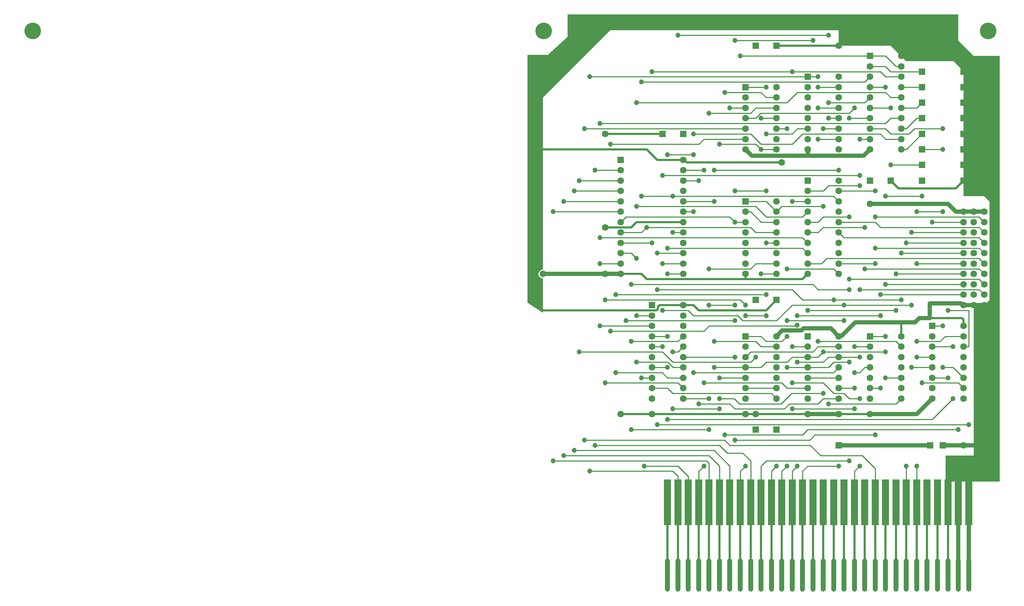
<source format=gtl>
G04*
G04 #@! TF.GenerationSoftware,Altium Limited,Altium Designer,23.6.0 (18)*
G04*
G04 Layer_Physical_Order=1*
G04 Layer_Color=255*
%FSLAX44Y44*%
%MOMM*%
G71*
G04*
G04 #@! TF.SameCoordinates,845D1222-F9E4-4124-81B0-03C3B5237010*
G04*
G04*
G04 #@! TF.FilePolarity,Positive*
G04*
G01*
G75*
%ADD20R,1.7000X11.0000*%
G04:AMPARAMS|DCode=21|XSize=1.2mm|YSize=8mm|CornerRadius=0.6mm|HoleSize=0mm|Usage=FLASHONLY|Rotation=0.000|XOffset=0mm|YOffset=0mm|HoleType=Round|Shape=RoundedRectangle|*
%AMROUNDEDRECTD21*
21,1,1.2000,6.8000,0,0,0.0*
21,1,0.0000,8.0000,0,0,0.0*
1,1,1.2000,0.0000,-3.4000*
1,1,1.2000,0.0000,-3.4000*
1,1,1.2000,0.0000,3.4000*
1,1,1.2000,0.0000,3.4000*
%
%ADD21ROUNDEDRECTD21*%
%ADD22C,1.0000*%
%ADD23C,0.2500*%
%ADD24C,0.5000*%
%ADD25C,0.5500*%
%ADD26C,0.5001*%
%ADD27C,1.0000*%
%ADD28R,13.1250X6.2500*%
%ADD29R,1.6000X1.6000*%
%ADD30C,4.0000*%
%ADD31C,1.6000*%
%ADD32R,1.6000X1.6000*%
%ADD33C,1.2000*%
G36*
X1800000Y1575000D02*
X2612500D01*
Y1512500D01*
X2650000Y1475000D01*
X2712500D01*
Y475000D01*
X2650000D01*
Y875000D01*
X2675000Y875000D01*
X2687500Y887500D01*
Y1125000D01*
X2675000Y1137500D01*
X2625000D01*
Y1439000D01*
X2601500Y1462500D01*
X2487500D01*
X2450000Y1500000D01*
X2325000D01*
Y1537500D01*
X1787500D01*
Y1537500D01*
X1775000D01*
X1612500Y1375000D01*
Y960631D01*
X1609749Y960269D01*
X1607184Y959207D01*
X1604983Y957517D01*
X1603293Y955315D01*
X1602231Y952751D01*
X1601869Y950000D01*
X1602231Y947249D01*
X1603293Y944685D01*
X1604983Y942483D01*
X1607184Y940793D01*
X1609749Y939731D01*
X1612500Y939369D01*
Y856250D01*
X1575000Y881250D01*
Y1478000D01*
X1624667Y1478000D01*
X1672000Y1520600D01*
Y1575000D01*
X1800000D01*
Y1575000D01*
D02*
G37*
D20*
X1912500Y400000D02*
D03*
X1937498D02*
D03*
X1962500D02*
D03*
X1987501D02*
D03*
X2012500D02*
D03*
X2037501D02*
D03*
X2062499D02*
D03*
X2087501D02*
D03*
X2112499D02*
D03*
X2137500D02*
D03*
X2162499D02*
D03*
X2187500D02*
D03*
X2212499D02*
D03*
X2237500D02*
D03*
X2262499D02*
D03*
X2287500D02*
D03*
X2312499D02*
D03*
X2337500D02*
D03*
X2362499D02*
D03*
X2387500D02*
D03*
X2412499D02*
D03*
X2437500D02*
D03*
X2462499D02*
D03*
X2487500D02*
D03*
X2512498D02*
D03*
X2537500D02*
D03*
X2562498D02*
D03*
X2587500D02*
D03*
X2612501D02*
D03*
X2637499D02*
D03*
D21*
X2162499Y225000D02*
D03*
X2112499D02*
D03*
X2087501D02*
D03*
X2062499D02*
D03*
X2037501D02*
D03*
X2012500D02*
D03*
X1987501D02*
D03*
X1962500D02*
D03*
X1937498D02*
D03*
X1912500D02*
D03*
X2137500D02*
D03*
X2462499D02*
D03*
X2412499D02*
D03*
X2387500D02*
D03*
X2362499D02*
D03*
X2337500D02*
D03*
X2287500D02*
D03*
X2262499D02*
D03*
X2237500D02*
D03*
X2212499D02*
D03*
X2187500D02*
D03*
X2312499D02*
D03*
X2437500D02*
D03*
X2637499D02*
D03*
X2537500D02*
D03*
X2512498D02*
D03*
X2487500D02*
D03*
X2562498D02*
D03*
X2612501D02*
D03*
X2587500D02*
D03*
D22*
X2325000Y537500D02*
X2545000D01*
X2512500Y612500D02*
X2550000Y650000D01*
X2400000Y612500D02*
X2512500D01*
X2384547Y1234547D02*
X2400000Y1250000D01*
X2115453Y1234547D02*
X2384547D01*
X2100000Y1250000D02*
X2115453Y1234547D01*
X2250000Y612500D02*
X2325000D01*
X2400000Y1118750D02*
X2587500D01*
X2606250Y1100000D01*
X1612500Y950000D02*
X1762500D01*
X1800000D01*
X2475000Y833166D02*
X2508166D01*
X2364416D02*
X2475000D01*
X2325000Y800000D02*
X2326148Y801148D01*
X2332398D01*
X2364416Y833166D01*
X2234682Y813658D02*
X2239774Y818750D01*
X2306250D01*
X2325000Y800000D01*
X2606250Y1100000D02*
X2625000D01*
X2650000D01*
X2188658Y813658D02*
X2234682D01*
X2175000Y800000D02*
X2188658Y813658D01*
X2508166Y833166D02*
X2518750Y843750D01*
X2625000Y875000D02*
X2650000D01*
X2623376D02*
X2625000D01*
X2543750Y843750D02*
Y879476D01*
X2618901D02*
X2623376Y875000D01*
X2543750Y879476D02*
X2618901D01*
X2518750Y843750D02*
X2543750D01*
X2625000Y537500D02*
X2662500D01*
X2575000Y537500D02*
X2625000D01*
X2650000Y875000D02*
X2675000D01*
X2650000Y1100000D02*
X2675000D01*
X2250000Y1237500D02*
Y1250000D01*
D23*
X1850000Y700000D02*
X1875000D01*
X1856250Y487500D02*
X1856250Y487500D01*
X1937500D01*
X1725000Y475000D02*
X1925000D01*
X1937500Y462500D01*
X2525000Y600000D02*
X2550000D01*
X2600000Y650000D01*
X1912500Y600000D02*
X2525000D01*
X2525000Y600000D01*
X2550000Y700000D02*
X2587500D01*
X2525000Y687500D02*
X2612500D01*
X2625000Y675000D01*
X2412500Y562500D02*
X2412500Y562500D01*
X2267285Y562500D02*
X2412500D01*
X2300000Y637500D02*
X2462500D01*
X2475000Y650000D01*
X2193750Y625000D02*
X2206250Y637500D01*
X2212500Y625000D02*
X2362500D01*
X2062500Y637500D02*
X2075000Y625000D01*
X2193750D01*
X2262500Y925000D02*
X2275000Y912500D01*
X1825000Y925000D02*
X2262500D01*
X2025000Y1200000D02*
X2325000D01*
X2137500Y1325000D02*
X2137500Y1325000D01*
X2175000D01*
X2362500Y775000D02*
X2400000D01*
X2312500Y737500D02*
X2350000D01*
X2550000Y775000D02*
X2600000D01*
X2200000Y837500D02*
X2337500D01*
X2350000Y937500D02*
X2662500D01*
X2350000Y1325000D02*
X2400000D01*
X2287500Y1087500D02*
X2350000D01*
X2662500Y937500D02*
X2675000Y925000D01*
X2362500Y712500D02*
X2375000D01*
X2300000Y725000D02*
X2312500Y737500D01*
X2206250Y637500D02*
X2275000D01*
X2086035Y637500D02*
X2186035D01*
X2211035Y662500D01*
X2287500D01*
X2112499Y400000D02*
Y500001D01*
X2056250Y518750D02*
X2093750D01*
X2112499Y500001D01*
X2037500Y537500D02*
X2056250Y518750D01*
X2000000Y812500D02*
X2012500Y825000D01*
X2223342D01*
X1775000Y1262500D02*
X1987500D01*
X2000000Y1275000D02*
X2100000D01*
X1987500Y1262500D02*
X2000000Y1275000D01*
X2225000Y1387500D02*
X2437500D01*
X2200000Y1362500D02*
X2225000Y1387500D01*
X1837500Y1362500D02*
X2200000D01*
X2212500Y1287500D02*
X2225000Y1300000D01*
X2250000D01*
X2150000Y1287500D02*
X2212500D01*
X2512500Y1350000D02*
X2525000Y1362500D01*
X2475000Y1350000D02*
X2512500D01*
X2512500Y1325000D02*
X2525000D01*
X2487500Y1300000D02*
X2512500Y1325000D01*
X2475000Y1300000D02*
X2487500D01*
X2450000Y1287500D02*
X2493750D01*
X2506250Y1300000D02*
X2575000D01*
X2493750Y1287500D02*
X2506250Y1300000D01*
X1887500Y912500D02*
X2212500D01*
X2237500Y887500D01*
X2275000Y912500D02*
X2350000D01*
X2081250Y850000D02*
X2093750Y837500D01*
X2175000D01*
X1975000Y850000D02*
X2081250D01*
X2187500Y787500D02*
X2200000Y800000D01*
X2150000Y787500D02*
X2187500D01*
X2200000Y737500D02*
X2212500Y750000D01*
X2250000D01*
X2387500Y725000D02*
X2400000D01*
X2375000Y712500D02*
X2387500Y725000D01*
X2337500Y662500D02*
X2350000Y650000D01*
X2312500Y662500D02*
X2337500D01*
X2087500Y475000D02*
X2100000Y487500D01*
X2087500Y450000D02*
Y475000D01*
X1962500Y450000D02*
Y462500D01*
X1937500Y487500D02*
X1962500Y462500D01*
X1937500Y450000D02*
Y462500D01*
X1712500Y550000D02*
X2050000D01*
X2062500Y537500D01*
X2256250D01*
X1737500D02*
X2037500D01*
X1687500Y525000D02*
X2025000D01*
X2062500Y487500D01*
Y450000D02*
Y487500D01*
X1662500Y512500D02*
X2012500D01*
X2037500Y487500D01*
Y450000D02*
Y487500D01*
X1987500Y450000D02*
Y475000D01*
X2000000Y487500D01*
X1637500Y500000D02*
X2006250D01*
X2012500Y450000D02*
Y493750D01*
X2006250Y500000D02*
X2012500Y493750D01*
X2281250Y512500D02*
X2381250D01*
X2412500Y450000D02*
Y481250D01*
X2381250Y512500D02*
X2412500Y481250D01*
X2362500Y475000D02*
X2375000Y487500D01*
X2362500Y437500D02*
Y475000D01*
X2237500Y450000D02*
Y475000D01*
X2250000Y487500D01*
X2325000D01*
X2162500Y450000D02*
Y475000D01*
X2175000Y487500D01*
X2187500Y450000D02*
Y475000D01*
X2200000Y487500D01*
X2212500Y475000D02*
X2225000Y487500D01*
X2212500Y450000D02*
Y475000D01*
X2150000Y500000D02*
X2350000D01*
X2137500Y450000D02*
Y487500D01*
X2150000Y500000D01*
X2256250Y537500D02*
X2281250Y512500D01*
X2250000Y575000D02*
X2612500D01*
X2237500Y562500D02*
X2250000Y575000D01*
X2050000Y562500D02*
X2237500D01*
X2254785Y550000D02*
X2267285Y562500D01*
X2075000Y550000D02*
X2254785D01*
X1987500Y637500D02*
X2062500D01*
X2073535Y650000D02*
X2086035Y637500D01*
X2037500Y650000D02*
X2073535D01*
X1837500Y850000D02*
X1875000D01*
X1900000Y862500D02*
X1962500D01*
X1975000Y850000D01*
X2337500Y875000D02*
X2500000D01*
X2212500D02*
X2337500D01*
X2175000Y837500D02*
X2212500Y875000D01*
X1762500Y887500D02*
X2087500D01*
X2100000Y875000D01*
X1812500Y1087500D02*
X2062500D01*
X2075000Y1075000D01*
X2223342Y825000D02*
X2225000Y826658D01*
X1775000Y812500D02*
X2000000D01*
X2587500Y862500D02*
X2637500D01*
X2625000Y775000D02*
X2637500D01*
Y862500D01*
X2200000Y725000D02*
X2250000D01*
X2300000D01*
X2200000Y962500D02*
X2312500D01*
X2175000Y1300000D02*
X2200000D01*
X2100000Y850000D02*
X2150000D01*
X1950000Y1100000D02*
X1975000D01*
X1975000Y1100000D01*
X2150000Y1025000D02*
X2175000D01*
X2550000Y825000D02*
X2575000D01*
X2662500Y912500D02*
X2675000Y900000D01*
X2375000Y912500D02*
X2662500D01*
Y962500D02*
X2675000Y950000D01*
X2387500Y962500D02*
X2662500D01*
Y987500D02*
X2675000Y975000D01*
X2295576Y987500D02*
X2662500D01*
Y1012500D02*
X2675000Y1000000D01*
X2412500Y1012500D02*
X2662500D01*
Y1037500D02*
X2675000Y1025000D01*
X2337500Y1037500D02*
X2662500D01*
Y1062500D02*
X2675000Y1050000D01*
X2425000Y1062500D02*
X2662500D01*
Y1087500D02*
X2675000Y1075000D01*
X2412500Y1087500D02*
X2662500D01*
X2550000Y1075000D02*
X2625000D01*
X2325000Y1150000D02*
X2412500D01*
X2437500Y1425000D02*
X2475000D01*
X2212500Y1437500D02*
X2425000D01*
X2437500Y1425000D01*
X2450000Y1375000D02*
X2475000D01*
X2437500Y1387500D02*
X2450000Y1375000D01*
X2400000Y1400000D02*
X2437500D01*
X2437500Y1400000D01*
X2450000Y1325000D02*
X2475000D01*
X2437500Y1312500D02*
X2450000Y1325000D01*
X1750000Y1312500D02*
X2437500D01*
X2400000Y1300000D02*
X2437500D01*
X2450000Y1287500D01*
X2425000D02*
X2437500Y1275000D01*
X2237500Y1287500D02*
X2425000D01*
X2437500Y1275000D02*
X2475000D01*
X2250000Y975000D02*
X2283076D01*
X2295576Y987500D01*
X2312500Y962500D02*
X2325000Y950000D01*
X2137500D02*
X2175000D01*
X2125000Y975000D02*
X2175000D01*
X2112500Y962500D02*
X2125000Y975000D01*
Y1050000D02*
X2175000D01*
X1862500Y1062500D02*
X2112500D01*
X2125000Y1050000D01*
X2137500Y1075000D02*
X2175000D01*
X2100000Y1100000D02*
X2112500D01*
X2137500Y1075000D01*
X2150000Y1087500D02*
X2237500D01*
X2125000Y1112500D02*
X2150000Y1087500D01*
X1837500Y1112500D02*
X2125000D01*
X2100000Y1125000D02*
X2150000D01*
X2175000Y1100000D01*
X1925000Y1137500D02*
X2312500D01*
X2275000Y1050000D02*
X2287500Y1062500D01*
X2250000Y1050000D02*
X2275000D01*
X2250000Y1075000D02*
X2275000D01*
X2287500Y1087500D01*
X2187500Y1112500D02*
X2287500D01*
X2312500Y1137500D02*
X2325000Y1125000D01*
X2250000Y1150000D02*
X2287500D01*
X2300000Y1162500D01*
X2275000Y1275000D02*
X2325000D01*
X2275000Y1275000D02*
X2275000Y1275000D01*
X2287500Y1300000D02*
X2325000D01*
X2287500Y1300000D02*
X2287500Y1300000D01*
X2300000Y1325000D02*
X2325000D01*
X2300000Y1325000D02*
X2300000Y1325000D01*
X2136919Y1337500D02*
X2350000D01*
X2300000Y1362500D02*
X2387500D01*
X2275000Y1350000D02*
X2325000D01*
X2275000Y1350000D02*
X2275000Y1350000D01*
X1850000Y1412500D02*
X2387500D01*
X2250000Y1425000D02*
X2250000Y1425000D01*
X2275000D01*
X2275000Y1400000D02*
X2325000D01*
X2275000Y1400000D02*
X2275000Y1400000D01*
X2100000D02*
X2100000Y1400000D01*
X2150000D01*
Y1375000D02*
X2175000D01*
X2050000Y1387500D02*
X2137500D01*
X2150000Y1375000D01*
X2100000Y1325000D02*
X2124419D01*
X2136919Y1337500D01*
X2125000Y1350000D02*
X2175000D01*
X2012500Y1337500D02*
X2112500D01*
X2125000Y1350000D01*
X2112500Y1287500D02*
X2137500Y1262500D01*
X1975000Y1287500D02*
X2112500D01*
X2137500Y1262500D02*
X2212500D01*
X2137500Y1250000D02*
X2175000D01*
X2137500Y1250000D02*
X2137500Y1250000D01*
X2125000Y1262500D02*
X2137500Y1250000D01*
X2037500Y1262500D02*
X2125000D01*
X1925000Y1050000D02*
X1950000D01*
X1925000Y1050000D02*
X1925000Y1050000D01*
X1850000Y1137500D02*
X1925000D01*
X1800000Y1075000D02*
X1812500Y1087500D01*
X1800000Y1050000D02*
X1850000D01*
X1862500Y1062500D01*
X1800000Y1025000D02*
X1875000D01*
X1875000Y1025000D01*
X1800000Y1000000D02*
X1825000D01*
X1837500Y987500D01*
X1887500Y1000000D02*
X1950000D01*
X1887500Y1000000D02*
X1887500Y1000000D01*
X1900000Y975000D02*
X1950000D01*
X1900000Y975000D02*
X1900000Y975000D01*
X1912500Y950000D02*
X1950000D01*
X1912500Y950000D02*
X1912500Y950000D01*
X1875000Y800000D02*
X1912500D01*
X1937500Y787500D02*
X1950000Y800000D01*
X1825000Y787500D02*
X1937500D01*
X1875000Y775000D02*
X1900000D01*
X1937500Y762500D02*
X1950000Y775000D01*
X1925000Y762500D02*
X1937500D01*
X1925000Y737500D02*
X2112500D01*
X1900000Y762500D02*
X1925000Y737500D01*
X1925581Y725000D02*
X1950000D01*
X1916331Y734250D02*
X1925581Y725000D01*
X1912500Y737500D02*
X1915750Y734250D01*
X1916331D01*
X1875000Y725000D02*
X1912500D01*
X1912500Y700000D02*
X1950000D01*
X1900000Y712500D02*
X1912500Y700000D01*
X1937500Y687500D02*
X1950000Y675000D01*
X1875000D02*
X1912500D01*
X1925000Y662500D01*
X2137500Y775000D02*
X2175000D01*
X2025000Y787500D02*
X2125000D01*
X2137500Y775000D01*
X2100000Y750000D02*
X2112500Y762500D01*
Y737500D02*
X2125000Y750000D01*
X2100000Y725000D02*
X2137500D01*
X2150000Y737500D01*
X2100000Y675000D02*
X2175000D01*
X2162500Y662500D02*
X2175000Y650000D01*
X1925000Y662500D02*
X2162500D01*
X2287500Y762500D02*
X2437500D01*
X2250000Y750000D02*
X2275000D01*
X2287500Y762500D01*
X2300000Y750000D02*
X2325000D01*
X2225000Y737500D02*
X2287500D01*
X2300000Y750000D01*
X2312500Y712500D02*
X2325000Y725000D01*
X2250000Y700000D02*
X2325000D01*
X2287500Y687500D02*
X2312500Y662500D01*
X2287500Y650000D02*
X2325000D01*
X2275000Y637500D02*
X2287500Y650000D01*
X2400000Y675000D02*
X2425000D01*
X2437500Y700000D02*
X2475000D01*
X2400000Y800000D02*
X2437500D01*
X2462500Y787500D02*
X2475000Y775000D01*
X2568750Y787500D02*
X2581250Y800000D01*
X2625000D01*
X2600000Y725000D02*
X2625000Y700000D01*
X2575000Y725000D02*
X2600000D01*
X2100000Y800000D02*
X2137500D01*
X2150000Y787500D01*
X2275000Y775000D02*
X2325000D01*
X2112500Y762500D02*
X2262500D01*
X2275000Y775000D01*
X2400000Y1350000D02*
X2450000D01*
X2450000Y1350000D01*
X2437500Y1450000D02*
X2450000Y1437500D01*
X2525000D01*
X2400000Y1450000D02*
X2437500D01*
X2462500D02*
X2475000D01*
X2400000Y1475000D02*
X2437500D01*
X2462500Y1450000D01*
X1937500Y1525000D02*
X2300000D01*
X2075000Y1512500D02*
X2262500D01*
X2087500Y1475000D02*
X2400000D01*
X2475000Y1400000D02*
X2525000D01*
Y1250000D02*
X2575000D01*
X2450000Y1212500D02*
X2525000D01*
X2375000Y1275000D02*
X2400000D01*
X2475000Y1250000D02*
X2487500D01*
X2525000Y1287500D01*
X1875000Y1437500D02*
X2212500D01*
X1725000Y1425000D02*
X2250000D01*
X2062500Y1350000D02*
X2100000D01*
X1712500Y1300000D02*
X2100000D01*
X1912500Y1237500D02*
X1975000D01*
X1737500Y1200000D02*
X1800000D01*
X1700000Y1175000D02*
X1800000D01*
X1687500Y1150000D02*
X1800000D01*
X1662500Y1125000D02*
X1800000D01*
X1637500Y1100000D02*
X1800000D01*
X1750000Y975000D02*
X1800000D01*
X2012500Y962500D02*
X2112500D01*
X2075000Y1075000D02*
X2100000D01*
X1950000Y1125000D02*
X2025000D01*
X2212500D02*
X2250000D01*
X2175000Y1100000D02*
X2187500Y1112500D01*
X2237500Y1087500D02*
X2250000Y1100000D01*
X2075000Y1150000D02*
X2150000D01*
X1950000Y1175000D02*
X1987500D01*
X1900000Y1187500D02*
X2375000D01*
X1950000Y1200000D02*
X2000000D01*
X2300000Y1162500D02*
X2375000D01*
X2237500Y1037500D02*
X2250000Y1025000D01*
X1750000Y1037500D02*
X2237500D01*
Y1012500D02*
X2250000Y1000000D01*
X1912500Y1012500D02*
X2237500D01*
X2325000Y975000D02*
X2412500D01*
X2287500Y1062500D02*
X2387500D01*
X2325000Y1075000D02*
X2412500D01*
X2425000Y1062500D01*
X2512500Y1100000D02*
X2575000D01*
X2500000Y1050000D02*
X2625000D01*
X2487500Y1025000D02*
X2625000D01*
X2325000Y1050000D02*
X2337500Y1037500D01*
X2475000Y1000000D02*
X2625000D01*
X2512500Y975000D02*
X2625000D01*
X2462500Y950000D02*
X2625000D01*
X2437500Y925000D02*
X2625000D01*
X2425000Y900000D02*
X2625000D01*
X2312500Y887500D02*
X2475000D01*
X2237500D02*
X2312500D01*
X1787500Y900000D02*
X2150000D01*
X2012500Y875000D02*
X2075000D01*
X2250000Y862500D02*
X2462500D01*
X2225000Y850000D02*
X2425000D01*
X1812500Y837500D02*
X2075000D01*
X1950000Y750000D02*
X2075000D01*
X1837500Y737500D02*
X1912500D01*
X2025000Y725000D02*
X2100000D01*
X2037500Y700000D02*
X2100000D01*
X1950000Y650000D02*
X2012500D01*
X1825000Y575000D02*
X2012500D01*
X1887500Y587500D02*
X2637500D01*
X2487500Y450000D02*
Y487500D01*
X2512500Y450000D02*
Y487500D01*
X2000000Y687500D02*
X2187500D01*
X2200000Y675000D01*
X2250000D01*
X2212500Y687500D02*
X2287500D01*
X1975000Y712500D02*
X2312500D01*
X2150000Y737500D02*
X2200000D01*
X2212500Y775000D02*
X2250000D01*
X2275000Y787500D02*
X2462500D01*
X2325000Y750000D02*
X2375000D01*
X2325000Y675000D02*
X2362500D01*
X2350000Y650000D02*
X2375000D01*
X2500000Y725000D02*
X2550000D01*
X2512500Y750000D02*
X2550000D01*
X2512500Y787500D02*
X2568750D01*
X2212500Y1262500D02*
X2237500Y1287500D01*
X2437500Y1137500D02*
X2525000D01*
X1750000Y825000D02*
X1875000D01*
X1700000Y762500D02*
X1900000D01*
X1787500Y712500D02*
X1900000D01*
X1762500Y687500D02*
X1937500D01*
X2350000Y1337500D02*
X2362500Y1350000D01*
X2387500Y1362500D02*
X2400000Y1375000D01*
X2387500Y1412500D02*
X2400000Y1425000D01*
X1925000Y625000D02*
X2037500D01*
D24*
X1800000Y950000D02*
X1850000D01*
X1862500Y937500D02*
X2100000D01*
X1850000Y950000D02*
X1862500Y937500D01*
X1762500Y1287500D02*
X1900000D01*
X2100000Y937500D02*
Y950000D01*
X2325000Y612500D02*
X2400000D01*
X2237500Y937500D02*
X2250000Y950000D01*
X2100000Y937500D02*
X2237500D01*
X1608077Y862605D02*
X1865031D01*
X1865136Y862500D01*
X1888981Y865534D02*
Y870684D01*
X1885948Y862500D02*
X1888981Y865534D01*
X1865136Y862500D02*
X1885948D01*
X1888981Y870684D02*
X1893297Y875000D01*
X1950000D01*
Y1075000D02*
X1950000Y1075000D01*
X1837500Y1075000D02*
X1950000D01*
X1762500Y1062500D02*
X1825000D01*
X1837500Y1075000D01*
X1875000Y612500D02*
X2100000D01*
X1800000D02*
X1875000D01*
X2100000D02*
X2125000D01*
X2250000D01*
D25*
X1958472Y1218750D02*
X2187500D01*
X1887500Y1225000D02*
X1952222D01*
X1958472Y1218750D01*
X2150000Y862500D02*
X2175000Y887500D01*
X1987500Y862500D02*
X2150000D01*
X2606250Y1156250D02*
X2625000Y1175000D01*
X2450000D02*
X2468750Y1156250D01*
X2606250D01*
X1950000Y875000D02*
X1975000D01*
X1987500Y862500D01*
X1950000Y875000D02*
X1950000D01*
X2543750Y843750D02*
X2621778D01*
X2625000Y840528D01*
Y825000D02*
Y840528D01*
X1862500Y1250000D02*
X1887500Y1225000D01*
X2575000Y537500D02*
X2575000Y537500D01*
X2175000Y1500000D02*
X2325000D01*
X1587500Y1250000D02*
X1862500D01*
X2475000Y800000D02*
Y831250D01*
D26*
X1937498Y261002D02*
Y353301D01*
X1912500Y263001D02*
Y353301D01*
X1962500Y262001D02*
Y353301D01*
X1987501Y261002D02*
Y349760D01*
X2062499Y262001D02*
Y348301D01*
X2087501Y261002D02*
Y348301D01*
X2112499Y266001D02*
Y348301D01*
X2137500Y263001D02*
Y348301D01*
X2162499Y264002D02*
Y348301D01*
X2187500Y261002D02*
Y348301D01*
X2212499Y261002D02*
Y348301D01*
X2237500Y261002D02*
Y348301D01*
X2262499Y261002D02*
Y348301D01*
X2287500Y261002D02*
Y348301D01*
X1983960Y353301D02*
X1987501Y349760D01*
X2012500Y261002D02*
Y353301D01*
X2037501Y263001D02*
Y348301D01*
X2312499Y261002D02*
Y348301D01*
X2337500Y261002D02*
Y348301D01*
X2537500Y261002D02*
Y348301D01*
X2512498Y261002D02*
Y348301D01*
X2487500Y263001D02*
Y348301D01*
X2462499Y261002D02*
Y348301D01*
X2412499Y261002D02*
Y348301D01*
X2387500Y261002D02*
Y348301D01*
X2362499Y261002D02*
Y348301D01*
X2437500Y262001D02*
Y348301D01*
X2587500Y261002D02*
Y348301D01*
X2562498Y262001D02*
Y348301D01*
D27*
X2637499Y261002D02*
Y348301D01*
X2612501Y261002D02*
Y348301D01*
D28*
X2646875Y481250D02*
D03*
D29*
X2545000Y537500D02*
D03*
X2575000D02*
D03*
X2325000D02*
D03*
X2400000Y1175000D02*
D03*
X2450000D02*
D03*
X2525000D02*
D03*
X2625000D02*
D03*
X2525000Y1212500D02*
D03*
X2625000D02*
D03*
X2525000Y1250000D02*
D03*
X2625000D02*
D03*
X2525000Y1287500D02*
D03*
X2625000D02*
D03*
X2525000Y1325000D02*
D03*
X2625000D02*
D03*
X2525000Y1362500D02*
D03*
X2625000D02*
D03*
X2525000Y1400000D02*
D03*
X2625000D02*
D03*
X2525000Y1437500D02*
D03*
X2625000D02*
D03*
X1900000Y1287500D02*
D03*
X1950000D02*
D03*
X2125000Y887500D02*
D03*
X2175000D02*
D03*
X2125000Y575000D02*
D03*
X2175000D02*
D03*
X2125000Y1500000D02*
D03*
X2175000D02*
D03*
D30*
X1614000Y1535000D02*
D03*
X384000D02*
D03*
X2684000D02*
D03*
D31*
X2625000Y825000D02*
D03*
Y800000D02*
D03*
Y750000D02*
D03*
Y775000D02*
D03*
Y725000D02*
D03*
Y700000D02*
D03*
Y675000D02*
D03*
Y650000D02*
D03*
X2550000D02*
D03*
Y675000D02*
D03*
Y700000D02*
D03*
Y725000D02*
D03*
Y775000D02*
D03*
Y750000D02*
D03*
Y800000D02*
D03*
X2675000Y1100000D02*
D03*
X2650000D02*
D03*
X2625000D02*
D03*
X2675000Y1075000D02*
D03*
X2650000D02*
D03*
X2625000D02*
D03*
X2675000Y1050000D02*
D03*
X2650000D02*
D03*
X2625000D02*
D03*
X2675000Y1025000D02*
D03*
X2650000D02*
D03*
X2625000D02*
D03*
X2675000Y1000000D02*
D03*
X2650000D02*
D03*
X2625000D02*
D03*
X2675000Y975000D02*
D03*
X2650000D02*
D03*
X2625000D02*
D03*
X2675000Y950000D02*
D03*
X2650000D02*
D03*
X2625000D02*
D03*
X2675000Y925000D02*
D03*
X2650000D02*
D03*
X2625000D02*
D03*
X2675000Y900000D02*
D03*
X2650000D02*
D03*
X2625000D02*
D03*
X2675000Y875000D02*
D03*
X2650000D02*
D03*
X2625000D02*
D03*
X1950000Y775000D02*
D03*
Y750000D02*
D03*
Y700000D02*
D03*
Y725000D02*
D03*
Y675000D02*
D03*
X1875000Y650000D02*
D03*
Y675000D02*
D03*
Y700000D02*
D03*
Y725000D02*
D03*
Y750000D02*
D03*
Y775000D02*
D03*
Y825000D02*
D03*
Y800000D02*
D03*
Y850000D02*
D03*
X1950000Y825000D02*
D03*
Y800000D02*
D03*
Y850000D02*
D03*
Y875000D02*
D03*
Y650000D02*
D03*
X2250000Y775000D02*
D03*
Y725000D02*
D03*
Y750000D02*
D03*
Y700000D02*
D03*
Y675000D02*
D03*
Y650000D02*
D03*
X2325000D02*
D03*
Y675000D02*
D03*
Y700000D02*
D03*
Y725000D02*
D03*
Y750000D02*
D03*
Y800000D02*
D03*
Y775000D02*
D03*
X2100000D02*
D03*
Y725000D02*
D03*
Y750000D02*
D03*
Y700000D02*
D03*
Y675000D02*
D03*
Y650000D02*
D03*
X2175000D02*
D03*
Y675000D02*
D03*
Y700000D02*
D03*
Y725000D02*
D03*
Y750000D02*
D03*
Y800000D02*
D03*
Y775000D02*
D03*
X2400000D02*
D03*
Y725000D02*
D03*
Y750000D02*
D03*
Y700000D02*
D03*
Y675000D02*
D03*
Y650000D02*
D03*
X2475000D02*
D03*
Y675000D02*
D03*
Y700000D02*
D03*
Y725000D02*
D03*
Y750000D02*
D03*
Y800000D02*
D03*
Y775000D02*
D03*
X2325000Y1175000D02*
D03*
Y1150000D02*
D03*
Y1125000D02*
D03*
Y1100000D02*
D03*
X2250000Y1150000D02*
D03*
Y1100000D02*
D03*
Y1125000D02*
D03*
Y1075000D02*
D03*
Y1050000D02*
D03*
Y1025000D02*
D03*
Y1000000D02*
D03*
Y975000D02*
D03*
Y950000D02*
D03*
X2325000D02*
D03*
Y975000D02*
D03*
Y1025000D02*
D03*
Y1000000D02*
D03*
Y1050000D02*
D03*
Y1075000D02*
D03*
X2100000Y1100000D02*
D03*
Y1050000D02*
D03*
Y1075000D02*
D03*
Y1025000D02*
D03*
Y1000000D02*
D03*
Y975000D02*
D03*
Y950000D02*
D03*
X2175000D02*
D03*
Y975000D02*
D03*
Y1000000D02*
D03*
Y1025000D02*
D03*
Y1075000D02*
D03*
Y1050000D02*
D03*
Y1100000D02*
D03*
Y1125000D02*
D03*
X2475000Y1475000D02*
D03*
Y1450000D02*
D03*
Y1425000D02*
D03*
Y1400000D02*
D03*
X2400000Y1450000D02*
D03*
Y1400000D02*
D03*
Y1425000D02*
D03*
Y1375000D02*
D03*
Y1350000D02*
D03*
Y1325000D02*
D03*
Y1300000D02*
D03*
Y1275000D02*
D03*
Y1250000D02*
D03*
X2475000D02*
D03*
Y1275000D02*
D03*
Y1325000D02*
D03*
Y1300000D02*
D03*
Y1350000D02*
D03*
Y1375000D02*
D03*
X2250000Y1400000D02*
D03*
Y1350000D02*
D03*
Y1375000D02*
D03*
Y1325000D02*
D03*
Y1300000D02*
D03*
Y1275000D02*
D03*
Y1250000D02*
D03*
X2325000D02*
D03*
Y1275000D02*
D03*
Y1300000D02*
D03*
Y1325000D02*
D03*
Y1375000D02*
D03*
Y1350000D02*
D03*
Y1400000D02*
D03*
Y1425000D02*
D03*
X2100000Y1375000D02*
D03*
Y1325000D02*
D03*
Y1350000D02*
D03*
Y1300000D02*
D03*
Y1275000D02*
D03*
Y1250000D02*
D03*
X2175000D02*
D03*
Y1275000D02*
D03*
Y1300000D02*
D03*
Y1325000D02*
D03*
Y1350000D02*
D03*
Y1400000D02*
D03*
Y1375000D02*
D03*
X1950000Y1025000D02*
D03*
Y1000000D02*
D03*
Y950000D02*
D03*
Y975000D02*
D03*
X1800000Y950000D02*
D03*
Y975000D02*
D03*
Y1000000D02*
D03*
Y1025000D02*
D03*
Y1050000D02*
D03*
Y1075000D02*
D03*
Y1100000D02*
D03*
Y1125000D02*
D03*
Y1175000D02*
D03*
Y1150000D02*
D03*
Y1200000D02*
D03*
X1950000Y1075000D02*
D03*
Y1050000D02*
D03*
Y1100000D02*
D03*
Y1125000D02*
D03*
Y1175000D02*
D03*
Y1150000D02*
D03*
Y1200000D02*
D03*
Y1225000D02*
D03*
X2325000Y612500D02*
D03*
X2125000D02*
D03*
X2100000D02*
D03*
X2250000D02*
D03*
X1762500Y1287500D02*
D03*
X2187500Y1218750D02*
D03*
X2400000Y1118750D02*
D03*
X2625000Y537500D02*
D03*
X1612500Y950000D02*
D03*
X1762500D02*
D03*
X2325000Y1500000D02*
D03*
X2400000Y612500D02*
D03*
X1800000D02*
D03*
X1875000D02*
D03*
X1762500Y1062500D02*
D03*
D32*
X2550000Y825000D02*
D03*
X1875000Y875000D02*
D03*
X2250000Y800000D02*
D03*
X2100000D02*
D03*
X2400000D02*
D03*
X2250000Y1175000D02*
D03*
X2100000Y1125000D02*
D03*
X2400000Y1475000D02*
D03*
X2250000Y1425000D02*
D03*
X2100000Y1400000D02*
D03*
X1800000Y1225000D02*
D03*
D33*
X1850000Y700000D02*
D03*
X1856250Y487500D02*
D03*
X2600000Y650000D02*
D03*
X2587500Y700000D02*
D03*
X2525000Y687500D02*
D03*
X1825000Y925000D02*
D03*
X2325000Y1200000D02*
D03*
X2025000D02*
D03*
X2137500Y1325000D02*
D03*
X2362500Y775000D02*
D03*
X2350000Y737500D02*
D03*
X2600000Y775000D02*
D03*
X2337500Y837500D02*
D03*
X2137500Y1250000D02*
D03*
X2350000Y937500D02*
D03*
Y1087500D02*
D03*
Y1325000D02*
D03*
X2362500Y712500D02*
D03*
X1837500Y850000D02*
D03*
X2225000Y826658D02*
D03*
X2587500Y862500D02*
D03*
X2200000Y725000D02*
D03*
Y962500D02*
D03*
Y1300000D02*
D03*
X2512500Y750000D02*
D03*
X2425000Y850000D02*
D03*
X1762500Y687500D02*
D03*
X2437500Y800000D02*
D03*
Y762500D02*
D03*
X2225000Y850000D02*
D03*
X2200000Y837500D02*
D03*
Y800000D02*
D03*
X2212500Y775000D02*
D03*
X2225000Y737500D02*
D03*
X2125000Y750000D02*
D03*
X2150000Y900000D02*
D03*
Y850000D02*
D03*
X2137500Y950000D02*
D03*
X2150000Y1025000D02*
D03*
X2212500Y1125000D02*
D03*
X2150000Y1150000D02*
D03*
Y1287500D02*
D03*
X1937500Y1525000D02*
D03*
X2075000Y1512500D02*
D03*
X2087500Y1475000D02*
D03*
X2150000Y1400000D02*
D03*
X2212500Y1437500D02*
D03*
X2262500Y1512500D02*
D03*
X2300000Y1525000D02*
D03*
X2275000Y1425000D02*
D03*
Y1400000D02*
D03*
Y1350000D02*
D03*
X2300000Y1362500D02*
D03*
Y1325000D02*
D03*
X2287500Y1300000D02*
D03*
X2275000Y1275000D02*
D03*
X2437500Y1400000D02*
D03*
X2450000Y1350000D02*
D03*
X2362500D02*
D03*
X2375000Y1275000D02*
D03*
X2575000Y1300000D02*
D03*
Y1250000D02*
D03*
X2500000Y1050000D02*
D03*
X2450000Y1212500D02*
D03*
X2287500Y1112500D02*
D03*
X2375000Y1187500D02*
D03*
Y1162500D02*
D03*
X2387500Y1062500D02*
D03*
X2412500Y1150000D02*
D03*
Y1087500D02*
D03*
X2437500Y1137500D02*
D03*
X2525000D02*
D03*
X2512500Y1100000D02*
D03*
X2575000D02*
D03*
X2550000Y1075000D02*
D03*
X2250000Y862500D02*
D03*
X2487500Y1025000D02*
D03*
X2512500Y975000D02*
D03*
X2475000Y1000000D02*
D03*
X2462500Y950000D02*
D03*
X2437500Y925000D02*
D03*
X2425000Y900000D02*
D03*
X2412500Y1012500D02*
D03*
Y975000D02*
D03*
X2387500Y962500D02*
D03*
X2375000Y912500D02*
D03*
X2350000D02*
D03*
X2312500Y887500D02*
D03*
X2337500Y875000D02*
D03*
X2275000Y787500D02*
D03*
X2287500Y762500D02*
D03*
X2375000Y750000D02*
D03*
X2575000Y825000D02*
D03*
X2462500Y862500D02*
D03*
X2475000Y887500D02*
D03*
X2500000Y875000D02*
D03*
X2512500Y787500D02*
D03*
X2575000Y725000D02*
D03*
X2637500Y587500D02*
D03*
X2612500Y575000D02*
D03*
X2500000Y725000D02*
D03*
X2437500Y700000D02*
D03*
X2425000Y675000D02*
D03*
X2212500Y687500D02*
D03*
Y625000D02*
D03*
X2287500Y662500D02*
D03*
X2300000Y637500D02*
D03*
X2362500Y675000D02*
D03*
X2375000Y650000D02*
D03*
X2362500Y625000D02*
D03*
X2412500Y562500D02*
D03*
X2512500Y487500D02*
D03*
X2487500D02*
D03*
X2375000D02*
D03*
X2350000Y500000D02*
D03*
X2325000Y487500D02*
D03*
X2225000D02*
D03*
X2200000D02*
D03*
X2175000D02*
D03*
X1925000Y625000D02*
D03*
X2037500D02*
D03*
X2100000Y487500D02*
D03*
X2000000D02*
D03*
X1637500Y500000D02*
D03*
X1662500Y512500D02*
D03*
X1687500Y525000D02*
D03*
X1712500Y550000D02*
D03*
X1737500Y537500D02*
D03*
X1725000Y475000D02*
D03*
X1825000Y575000D02*
D03*
X1887500Y587500D02*
D03*
X1912500Y600000D02*
D03*
X2012500Y575000D02*
D03*
X2050000Y562500D02*
D03*
X2075000Y550000D02*
D03*
X2037500Y650000D02*
D03*
X2012500D02*
D03*
X1987500Y637500D02*
D03*
X2000000Y687500D02*
D03*
X2037500Y700000D02*
D03*
X2100000Y850000D02*
D03*
Y875000D02*
D03*
X2075000D02*
D03*
Y837500D02*
D03*
Y750000D02*
D03*
X1975000Y712500D02*
D03*
X2025000Y725000D02*
D03*
Y787500D02*
D03*
X2012500Y875000D02*
D03*
X1925000Y762500D02*
D03*
X1912500Y725000D02*
D03*
X1900000Y775000D02*
D03*
X1912500Y800000D02*
D03*
X1900000Y862500D02*
D03*
X1887500Y912500D02*
D03*
X1787500Y712500D02*
D03*
X1837500Y737500D02*
D03*
X1812500Y837500D02*
D03*
X1825000Y787500D02*
D03*
X1700000Y762500D02*
D03*
X1750000Y825000D02*
D03*
X1775000Y812500D02*
D03*
X1762500Y887500D02*
D03*
X1787500Y900000D02*
D03*
X1912500Y950000D02*
D03*
X2012500Y962500D02*
D03*
X2075000Y1075000D02*
D03*
Y1150000D02*
D03*
X2025000Y1125000D02*
D03*
X2000000Y1200000D02*
D03*
X1987500Y1175000D02*
D03*
X1975000Y1100000D02*
D03*
X1900000Y975000D02*
D03*
X1925000Y1137500D02*
D03*
Y1050000D02*
D03*
X1912500Y1012500D02*
D03*
X1887500Y1000000D02*
D03*
X1875000Y1025000D02*
D03*
X1862500Y1062500D02*
D03*
X1837500Y987500D02*
D03*
Y1112500D02*
D03*
X1850000Y1137500D02*
D03*
X1900000Y1187500D02*
D03*
X1750000Y975000D02*
D03*
Y1037500D02*
D03*
X1637500Y1100000D02*
D03*
X1662500Y1125000D02*
D03*
X1687500Y1150000D02*
D03*
X1700000Y1175000D02*
D03*
X1737500Y1200000D02*
D03*
X1912500Y1237500D02*
D03*
X2037500Y1262500D02*
D03*
X1975000Y1237500D02*
D03*
Y1287500D02*
D03*
X2050000Y1387500D02*
D03*
X2062500Y1350000D02*
D03*
X2012500Y1337500D02*
D03*
X1775000Y1262500D02*
D03*
X1712500Y1300000D02*
D03*
X1750000Y1312500D02*
D03*
X1837500Y1362500D02*
D03*
X1875000Y1437500D02*
D03*
X1850000Y1412500D02*
D03*
X1725000Y1425000D02*
D03*
M02*

</source>
